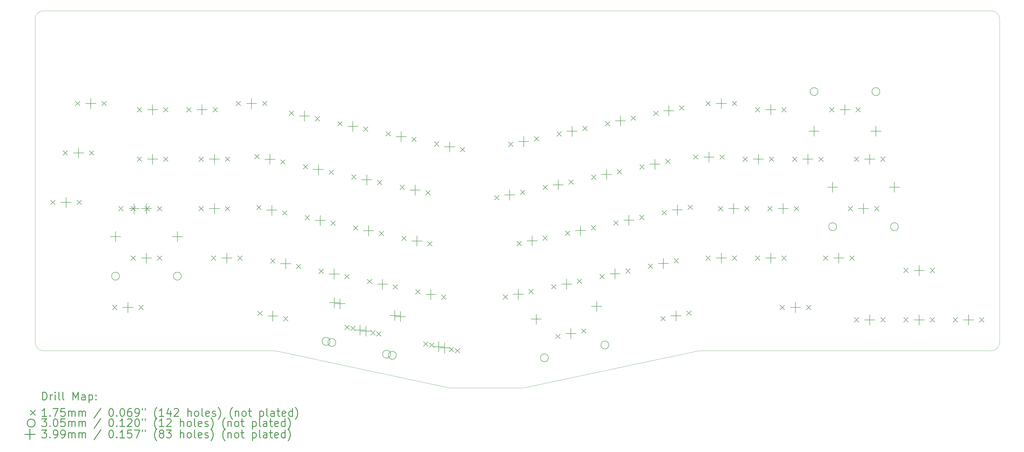
<source format=gbr>
%FSLAX45Y45*%
G04 Gerber Fmt 4.5, Leading zero omitted, Abs format (unit mm)*
G04 Created by KiCad (PCBNEW (5.1.6)-1) date 2020-10-24 16:54:33*
%MOMM*%
%LPD*%
G01*
G04 APERTURE LIST*
%TA.AperFunction,Profile*%
%ADD10C,0.050000*%
%TD*%
%ADD11C,0.200000*%
%ADD12C,0.300000*%
G04 APERTURE END LIST*
D10*
X2540000Y-8334375D02*
G75*
G02*
X2857500Y-8016875I317500J0D01*
G01*
X18494375Y-22542500D02*
X21351875Y-22542500D01*
X2857500Y-21113750D02*
G75*
G02*
X2540000Y-20796250I0J317500D01*
G01*
X39687500Y-20796250D02*
G75*
G02*
X39370000Y-21113750I-317500J0D01*
G01*
X39370000Y-8016875D02*
G75*
G02*
X39687500Y-8334375I0J-317500D01*
G01*
X28098750Y-21113750D02*
X21351875Y-22542500D01*
X39370000Y-21113750D02*
X28098750Y-21113750D01*
X11782425Y-21113750D02*
X18494375Y-22542500D01*
X2857500Y-21113750D02*
X11782425Y-21113750D01*
X39687500Y-8334375D02*
X39687500Y-20796250D01*
X2857500Y-8016875D02*
X39370000Y-8016875D01*
X2540000Y-8334375D02*
X2540000Y-20796250D01*
D11*
X34091375Y-13644375D02*
X34266375Y-13819375D01*
X34266375Y-13644375D02*
X34091375Y-13819375D01*
X35107375Y-13644375D02*
X35282375Y-13819375D01*
X35282375Y-13644375D02*
X35107375Y-13819375D01*
X31710125Y-13644375D02*
X31885125Y-13819375D01*
X31885125Y-13644375D02*
X31710125Y-13819375D01*
X32726125Y-13644375D02*
X32901125Y-13819375D01*
X32901125Y-13644375D02*
X32726125Y-13819375D01*
X20564412Y-18957155D02*
X20739412Y-19132155D01*
X20739412Y-18957155D02*
X20564412Y-19132155D01*
X21558210Y-18745917D02*
X21733210Y-18920917D01*
X21733210Y-18745917D02*
X21558210Y-18920917D01*
X22963397Y-16499676D02*
X23138397Y-16674676D01*
X23138397Y-16499676D02*
X22963397Y-16674676D01*
X23957195Y-16288438D02*
X24132195Y-16463438D01*
X24132195Y-16288438D02*
X23957195Y-16463438D01*
X11109126Y-19584224D02*
X11284126Y-19759224D01*
X11284126Y-19584224D02*
X11109126Y-19759224D01*
X12102924Y-19795462D02*
X12277924Y-19970462D01*
X12277924Y-19795462D02*
X12102924Y-19970462D01*
X17196656Y-18753787D02*
X17371656Y-18928787D01*
X17371656Y-18753787D02*
X17196656Y-18928787D01*
X18190454Y-18965025D02*
X18365454Y-19140025D01*
X18365454Y-18965025D02*
X18190454Y-19140025D01*
X25828224Y-13943179D02*
X26003224Y-14118179D01*
X26003224Y-13943179D02*
X25828224Y-14118179D01*
X26822022Y-13731941D02*
X26997022Y-13906941D01*
X26997022Y-13731941D02*
X26822022Y-13906941D01*
X9326375Y-17454375D02*
X9501375Y-17629375D01*
X9501375Y-17454375D02*
X9326375Y-17629375D01*
X10342375Y-17454375D02*
X10517375Y-17629375D01*
X10517375Y-17454375D02*
X10342375Y-17629375D01*
X26363838Y-11881772D02*
X26538838Y-12056772D01*
X26538838Y-11881772D02*
X26363838Y-12056772D01*
X27357636Y-11670534D02*
X27532636Y-11845534D01*
X27532636Y-11670534D02*
X27357636Y-11845534D01*
X8850125Y-13644375D02*
X9025125Y-13819375D01*
X9025125Y-13644375D02*
X8850125Y-13819375D01*
X9866125Y-13644375D02*
X10041125Y-13819375D01*
X10041125Y-13644375D02*
X9866125Y-13819375D01*
X22427783Y-18561083D02*
X22602783Y-18736083D01*
X22602783Y-18561083D02*
X22427783Y-18736083D01*
X23421581Y-18349845D02*
X23596581Y-18524845D01*
X23596581Y-18349845D02*
X23421581Y-18524845D01*
X16591271Y-14729991D02*
X16766271Y-14904991D01*
X16766271Y-14729991D02*
X16591271Y-14904991D01*
X17585069Y-14941229D02*
X17760069Y-15116229D01*
X17760069Y-14941229D02*
X17585069Y-15116229D01*
X12864529Y-13937847D02*
X13039529Y-14112847D01*
X13039529Y-13937847D02*
X12864529Y-14112847D01*
X13858327Y-14149086D02*
X14033327Y-14324086D01*
X14033327Y-14149086D02*
X13858327Y-14324086D01*
X22637096Y-12673916D02*
X22812096Y-12848916D01*
X22812096Y-12673916D02*
X22637096Y-12848916D01*
X23630894Y-12462678D02*
X23805894Y-12637678D01*
X23805894Y-12462678D02*
X23630894Y-12637678D01*
X6468875Y-13644375D02*
X6643875Y-13819375D01*
X6643875Y-13644375D02*
X6468875Y-13819375D01*
X7484875Y-13644375D02*
X7659875Y-13819375D01*
X7659875Y-13644375D02*
X7484875Y-13819375D01*
X20773725Y-13069988D02*
X20948725Y-13244988D01*
X20948725Y-13069988D02*
X20773725Y-13244988D01*
X21767523Y-12858749D02*
X21942523Y-13033749D01*
X21942523Y-12858749D02*
X21767523Y-13033749D01*
X26690139Y-15707533D02*
X26865139Y-15882533D01*
X26865139Y-15707533D02*
X26690139Y-15882533D01*
X27683937Y-15496294D02*
X27858937Y-15671294D01*
X27858937Y-15496294D02*
X27683937Y-15671294D01*
X31233875Y-19359375D02*
X31408875Y-19534375D01*
X31408875Y-19359375D02*
X31233875Y-19534375D01*
X32249875Y-19359375D02*
X32424875Y-19534375D01*
X32424875Y-19359375D02*
X32249875Y-19534375D01*
X15333285Y-18357715D02*
X15508285Y-18532715D01*
X15508285Y-18357715D02*
X15333285Y-18532715D01*
X16327083Y-18568954D02*
X16502083Y-18743954D01*
X16502083Y-18568954D02*
X16327083Y-18743954D01*
X11070929Y-15504165D02*
X11245928Y-15679165D01*
X11245928Y-15504165D02*
X11070929Y-15679165D01*
X12064726Y-15715403D02*
X12239726Y-15890403D01*
X12239726Y-15715403D02*
X12064726Y-15890403D01*
X24500467Y-12277844D02*
X24675467Y-12452844D01*
X24675467Y-12277844D02*
X24500467Y-12452844D01*
X25494265Y-12066606D02*
X25669265Y-12241606D01*
X25669265Y-12066606D02*
X25494265Y-12241606D01*
X10278875Y-11501250D02*
X10453875Y-11676250D01*
X10453875Y-11501250D02*
X10278875Y-11676250D01*
X11294875Y-11501250D02*
X11469875Y-11676250D01*
X11469875Y-11501250D02*
X11294875Y-11676250D01*
X24291154Y-18165012D02*
X24466154Y-18340012D01*
X24466154Y-18165012D02*
X24291154Y-18340012D01*
X25284952Y-17953773D02*
X25459952Y-18128773D01*
X25459952Y-17953773D02*
X25284952Y-18128773D01*
X21100026Y-16895748D02*
X21275026Y-17070748D01*
X21275026Y-16895748D02*
X21100026Y-17070748D01*
X22093824Y-16684510D02*
X22268824Y-16859510D01*
X22268824Y-16684510D02*
X22093824Y-16859510D01*
X33138875Y-11739375D02*
X33313875Y-11914375D01*
X33313875Y-11739375D02*
X33138875Y-11914375D01*
X34154875Y-11739375D02*
X34329875Y-11914375D01*
X34329875Y-11739375D02*
X34154875Y-11914375D01*
X6230750Y-17454375D02*
X6405750Y-17629375D01*
X6405750Y-17454375D02*
X6230750Y-17629375D01*
X7246750Y-17454375D02*
X7421750Y-17629375D01*
X7421750Y-17454375D02*
X7246750Y-17629375D01*
X30757625Y-15549375D02*
X30932625Y-15724375D01*
X30932625Y-15549375D02*
X30757625Y-15724375D01*
X31773625Y-15549375D02*
X31948625Y-15724375D01*
X31948625Y-15549375D02*
X31773625Y-15724375D01*
X28376375Y-11501250D02*
X28551375Y-11676250D01*
X28551375Y-11501250D02*
X28376375Y-11676250D01*
X29392375Y-11501250D02*
X29567375Y-11676250D01*
X29567375Y-11501250D02*
X29392375Y-11676250D01*
X3135125Y-15311250D02*
X3310125Y-15486250D01*
X3310125Y-15311250D02*
X3135125Y-15486250D01*
X4151125Y-15311250D02*
X4326125Y-15486250D01*
X4326125Y-15311250D02*
X4151125Y-15486250D01*
X26154525Y-17768940D02*
X26329525Y-17943940D01*
X26329525Y-17768940D02*
X26154525Y-17943940D01*
X27148323Y-17557702D02*
X27323323Y-17732702D01*
X27323323Y-17557702D02*
X27148323Y-17732702D01*
X20238111Y-15131395D02*
X20413111Y-15306395D01*
X20413111Y-15131395D02*
X20238111Y-15306395D01*
X21231909Y-14920156D02*
X21406909Y-15095156D01*
X21406909Y-14920156D02*
X21231909Y-15095156D01*
X26641226Y-19787592D02*
X26816226Y-19962592D01*
X26816226Y-19787592D02*
X26641226Y-19962592D01*
X27635024Y-19576354D02*
X27810024Y-19751354D01*
X27810024Y-19576354D02*
X27635024Y-19751354D01*
X32900750Y-17454375D02*
X33075750Y-17629375D01*
X33075750Y-17454375D02*
X32900750Y-17629375D01*
X33916750Y-17454375D02*
X34091750Y-17629375D01*
X34091750Y-17454375D02*
X33916750Y-17629375D01*
X22590933Y-20473963D02*
X22765933Y-20648963D01*
X22765933Y-20473963D02*
X22590933Y-20648963D01*
X23584731Y-20262725D02*
X23759731Y-20437725D01*
X23759731Y-20262725D02*
X23584731Y-20437725D01*
X6230750Y-15549375D02*
X6405750Y-15724375D01*
X6405750Y-15549375D02*
X6230750Y-15724375D01*
X7246750Y-15549375D02*
X7421750Y-15724375D01*
X7421750Y-15549375D02*
X7246750Y-15724375D01*
X24826768Y-16103604D02*
X25001768Y-16278604D01*
X25001768Y-16103604D02*
X24826768Y-16278604D01*
X25820566Y-15892366D02*
X25995566Y-16067366D01*
X25995566Y-15892366D02*
X25820566Y-16067366D01*
X17499348Y-20765685D02*
X17674348Y-20940685D01*
X17674348Y-20765685D02*
X17499348Y-20940685D01*
X18493146Y-20976924D02*
X18668146Y-21151924D01*
X18668146Y-20976924D02*
X18493146Y-21151924D01*
X8850125Y-15549375D02*
X9025125Y-15724375D01*
X9025125Y-15549375D02*
X8850125Y-15724375D01*
X9866125Y-15549375D02*
X10041125Y-15724375D01*
X10041125Y-15549375D02*
X9866125Y-15724375D01*
X35996375Y-17930625D02*
X36171375Y-18105625D01*
X36171375Y-17930625D02*
X35996375Y-18105625D01*
X37012375Y-17930625D02*
X37187375Y-18105625D01*
X37187375Y-17930625D02*
X37012375Y-18105625D01*
X12328915Y-11876440D02*
X12503915Y-12051440D01*
X12503915Y-11876440D02*
X12328915Y-12051440D01*
X13322713Y-12087679D02*
X13497713Y-12262679D01*
X13497713Y-12087679D02*
X13322713Y-12262679D01*
X11001158Y-13541776D02*
X11176158Y-13716776D01*
X11176158Y-13541776D02*
X11001158Y-13716776D01*
X11994955Y-13753014D02*
X12169955Y-13928014D01*
X12169955Y-13753014D02*
X11994955Y-13928014D01*
X8373875Y-11739375D02*
X8548875Y-11914375D01*
X8548875Y-11739375D02*
X8373875Y-11914375D01*
X9389875Y-11739375D02*
X9564875Y-11914375D01*
X9564875Y-11739375D02*
X9389875Y-11914375D01*
X14693701Y-20164981D02*
X14868701Y-20339981D01*
X14868701Y-20164981D02*
X14693701Y-20339981D01*
X15687499Y-20376219D02*
X15862499Y-20551219D01*
X15862499Y-20376219D02*
X15687499Y-20551219D01*
X17919028Y-13064656D02*
X18094028Y-13239656D01*
X18094028Y-13064656D02*
X17919028Y-13239656D01*
X18912826Y-13275894D02*
X19087826Y-13450894D01*
X19087826Y-13275894D02*
X18912826Y-13450894D01*
X5754500Y-15549375D02*
X5929500Y-15724375D01*
X5929500Y-15549375D02*
X5754500Y-15724375D01*
X6770500Y-15549375D02*
X6945500Y-15724375D01*
X6945500Y-15549375D02*
X6770500Y-15724375D01*
X12934300Y-15900237D02*
X13109300Y-16075237D01*
X13109300Y-15900237D02*
X12934300Y-16075237D01*
X13928098Y-16111475D02*
X14103098Y-16286475D01*
X14103098Y-16111475D02*
X13928098Y-16286475D01*
X33853250Y-15549375D02*
X34028250Y-15724375D01*
X34028250Y-15549375D02*
X33853250Y-15724375D01*
X34869250Y-15549375D02*
X35044250Y-15724375D01*
X35044250Y-15549375D02*
X34869250Y-15724375D01*
X29805125Y-13644375D02*
X29980125Y-13819375D01*
X29980125Y-13644375D02*
X29805125Y-13819375D01*
X30821125Y-13644375D02*
X30996125Y-13819375D01*
X30996125Y-13644375D02*
X30821125Y-13819375D01*
X4087625Y-11501250D02*
X4262625Y-11676250D01*
X4262625Y-11501250D02*
X4087625Y-11676250D01*
X5103625Y-11501250D02*
X5278625Y-11676250D01*
X5278625Y-11501250D02*
X5103625Y-11676250D01*
X27900125Y-13565000D02*
X28075125Y-13740000D01*
X28075125Y-13565000D02*
X27900125Y-13740000D01*
X28916125Y-13565000D02*
X29091125Y-13740000D01*
X29091125Y-13565000D02*
X28916125Y-13740000D01*
X35996375Y-19835625D02*
X36171375Y-20010625D01*
X36171375Y-19835625D02*
X35996375Y-20010625D01*
X37012375Y-19835625D02*
X37187375Y-20010625D01*
X37187375Y-19835625D02*
X37012375Y-20010625D01*
X22101482Y-14735323D02*
X22276482Y-14910323D01*
X22276482Y-14735323D02*
X22101482Y-14910323D01*
X23095280Y-14524085D02*
X23270280Y-14699085D01*
X23270280Y-14524085D02*
X23095280Y-14699085D01*
X16055657Y-12668584D02*
X16230657Y-12843584D01*
X16230657Y-12668584D02*
X16055657Y-12843584D01*
X17049455Y-12879822D02*
X17224455Y-13054822D01*
X17224455Y-12879822D02*
X17049455Y-13054822D01*
X14797671Y-16296308D02*
X14972671Y-16471308D01*
X14972671Y-16296308D02*
X14797671Y-16471308D01*
X15791469Y-16507547D02*
X15966469Y-16682547D01*
X15966469Y-16507547D02*
X15791469Y-16682547D01*
X14471370Y-20122069D02*
X14646370Y-20297069D01*
X14646370Y-20122069D02*
X14471370Y-20297069D01*
X15465168Y-20333307D02*
X15640168Y-20508307D01*
X15640168Y-20333307D02*
X15465168Y-20508307D01*
X16661042Y-16692380D02*
X16836042Y-16867380D01*
X16836042Y-16692380D02*
X16661042Y-16867380D01*
X17654840Y-16903618D02*
X17829840Y-17078618D01*
X17829840Y-16903618D02*
X17654840Y-17078618D01*
X13469913Y-17961644D02*
X13644913Y-18136644D01*
X13644913Y-17961644D02*
X13469913Y-18136644D01*
X14463711Y-18172882D02*
X14638711Y-18347882D01*
X14638711Y-18172882D02*
X14463711Y-18347882D01*
X14192286Y-12272512D02*
X14367286Y-12447512D01*
X14367286Y-12272512D02*
X14192286Y-12447512D01*
X15186084Y-12483750D02*
X15361084Y-12658750D01*
X15361084Y-12483750D02*
X15186084Y-12658750D01*
X3611375Y-13406250D02*
X3786375Y-13581250D01*
X3786375Y-13406250D02*
X3611375Y-13581250D01*
X4627375Y-13406250D02*
X4802375Y-13581250D01*
X4802375Y-13406250D02*
X4627375Y-13581250D01*
X6468875Y-11739375D02*
X6643875Y-11914375D01*
X6643875Y-11739375D02*
X6468875Y-11914375D01*
X7484875Y-11739375D02*
X7659875Y-11914375D01*
X7659875Y-11739375D02*
X7484875Y-11914375D01*
X30281375Y-11739375D02*
X30456375Y-11914375D01*
X30456375Y-11739375D02*
X30281375Y-11914375D01*
X31297375Y-11739375D02*
X31472375Y-11914375D01*
X31472375Y-11739375D02*
X31297375Y-11914375D01*
X30281375Y-17454375D02*
X30456375Y-17629375D01*
X30456375Y-17454375D02*
X30281375Y-17629375D01*
X31297375Y-17454375D02*
X31472375Y-17629375D01*
X31472375Y-17454375D02*
X31297375Y-17629375D01*
X28852625Y-15549375D02*
X29027625Y-15724375D01*
X29027625Y-15549375D02*
X28852625Y-15724375D01*
X29868625Y-15549375D02*
X30043625Y-15724375D01*
X30043625Y-15549375D02*
X29868625Y-15724375D01*
X17729001Y-20812681D02*
X17904001Y-20987681D01*
X17904001Y-20812681D02*
X17729001Y-20987681D01*
X18722799Y-21023919D02*
X18897799Y-21198919D01*
X18897799Y-21023919D02*
X18722799Y-21198919D01*
X5516375Y-19359375D02*
X5691375Y-19534375D01*
X5691375Y-19359375D02*
X5516375Y-19534375D01*
X6532375Y-19359375D02*
X6707375Y-19534375D01*
X6707375Y-19359375D02*
X6532375Y-19534375D01*
X11606542Y-17565572D02*
X11781542Y-17740572D01*
X11781542Y-17565572D02*
X11606542Y-17740572D01*
X12600340Y-17776810D02*
X12775340Y-17951810D01*
X12775340Y-17776810D02*
X12600340Y-17951810D01*
X23964853Y-14339251D02*
X24139853Y-14514251D01*
X24139853Y-14339251D02*
X23964853Y-14514251D01*
X24958651Y-14128013D02*
X25133651Y-14303013D01*
X25133651Y-14128013D02*
X24958651Y-14303013D01*
X28376375Y-17454375D02*
X28551375Y-17629375D01*
X28551375Y-17454375D02*
X28376375Y-17629375D01*
X29392375Y-17454375D02*
X29567375Y-17629375D01*
X29567375Y-17454375D02*
X29392375Y-17629375D01*
X37901375Y-19835625D02*
X38076375Y-20010625D01*
X38076375Y-19835625D02*
X37901375Y-20010625D01*
X38917375Y-19835625D02*
X39092375Y-20010625D01*
X39092375Y-19835625D02*
X38917375Y-20010625D01*
X34091375Y-19835625D02*
X34266375Y-20010625D01*
X34266375Y-19835625D02*
X34091375Y-20010625D01*
X35107375Y-19835625D02*
X35282375Y-20010625D01*
X35282375Y-19835625D02*
X35107375Y-20010625D01*
X14727900Y-14333919D02*
X14902900Y-14508919D01*
X14902900Y-14333919D02*
X14727900Y-14508919D01*
X15721698Y-14545157D02*
X15896698Y-14720157D01*
X15896698Y-14545157D02*
X15721698Y-14720157D01*
X32696150Y-11128375D02*
G75*
G03*
X32696150Y-11128375I-152400J0D01*
G01*
X35077400Y-11128375D02*
G75*
G03*
X35077400Y-11128375I-152400J0D01*
G01*
X5788025Y-18240375D02*
G75*
G03*
X5788025Y-18240375I-152400J0D01*
G01*
X8169275Y-18240375D02*
G75*
G03*
X8169275Y-18240375I-152400J0D01*
G01*
X22308352Y-21386625D02*
G75*
G03*
X22308352Y-21386625I-152400J0D01*
G01*
X24637565Y-20891536D02*
G75*
G03*
X24637565Y-20891536I-152400J0D01*
G01*
X14120667Y-20793791D02*
G75*
G03*
X14120667Y-20793791I-152400J0D01*
G01*
X16449881Y-21288881D02*
G75*
G03*
X16449881Y-21288881I-152400J0D01*
G01*
X33410525Y-16335375D02*
G75*
G03*
X33410525Y-16335375I-152400J0D01*
G01*
X35791775Y-16335375D02*
G75*
G03*
X35791775Y-16335375I-152400J0D01*
G01*
X13898336Y-20750879D02*
G75*
G03*
X13898336Y-20750879I-152400J0D01*
G01*
X16227550Y-21245969D02*
G75*
G03*
X16227550Y-21245969I-152400J0D01*
G01*
X14285124Y-19103704D02*
X14285124Y-19502484D01*
X14085734Y-19303094D02*
X14484514Y-19303094D01*
X15278100Y-20158710D02*
X15278100Y-20557490D01*
X15078710Y-20358100D02*
X15477490Y-20358100D01*
X16614338Y-19598794D02*
X16614338Y-19997574D01*
X16414948Y-19798184D02*
X16813728Y-19798184D01*
X18503427Y-13058385D02*
X18503427Y-13457165D01*
X18304037Y-13257775D02*
X18702817Y-13257775D01*
X6350000Y-15437485D02*
X6350000Y-15836265D01*
X6150610Y-15636875D02*
X6549390Y-15636875D01*
X13518699Y-15893966D02*
X13518699Y-16292746D01*
X13319309Y-16093356D02*
X13718089Y-16093356D01*
X33258125Y-14611985D02*
X33258125Y-15010765D01*
X33058735Y-14811375D02*
X33457515Y-14811375D01*
X34448750Y-15437485D02*
X34448750Y-15836265D01*
X34249360Y-15636875D02*
X34648140Y-15636875D01*
X35639375Y-14611985D02*
X35639375Y-15010765D01*
X35439985Y-14811375D02*
X35838765Y-14811375D01*
X30400625Y-13532485D02*
X30400625Y-13931265D01*
X30201235Y-13731875D02*
X30600015Y-13731875D01*
X4683125Y-11389360D02*
X4683125Y-11788140D01*
X4483735Y-11588750D02*
X4882515Y-11588750D01*
X28495625Y-13453110D02*
X28495625Y-13851890D01*
X28296235Y-13652500D02*
X28695015Y-13652500D01*
X36591875Y-19723735D02*
X36591875Y-20122515D01*
X36392485Y-19923125D02*
X36791265Y-19923125D01*
X22685881Y-14517814D02*
X22685881Y-14916594D01*
X22486491Y-14717204D02*
X22885271Y-14717204D01*
X16640056Y-12662313D02*
X16640056Y-13061093D01*
X16440666Y-12861703D02*
X16839446Y-12861703D01*
X15382070Y-16290037D02*
X15382070Y-16688817D01*
X15182680Y-16489427D02*
X15581460Y-16489427D01*
X14062793Y-19060792D02*
X14062793Y-19459572D01*
X13863403Y-19260182D02*
X14262183Y-19260182D01*
X15055769Y-20115798D02*
X15055769Y-20514578D01*
X14856379Y-20315188D02*
X15255159Y-20315188D01*
X16392007Y-19555882D02*
X16392007Y-19954662D01*
X16192617Y-19755272D02*
X16591397Y-19755272D01*
X17245441Y-16686109D02*
X17245441Y-17084889D01*
X17046051Y-16885499D02*
X17444831Y-16885499D01*
X14054312Y-17955373D02*
X14054312Y-18354153D01*
X13854922Y-18154763D02*
X14253702Y-18154763D01*
X14776685Y-12266241D02*
X14776685Y-12665021D01*
X14577295Y-12465631D02*
X14976075Y-12465631D01*
X4206875Y-13294360D02*
X4206875Y-13693140D01*
X4007485Y-13493750D02*
X4406265Y-13493750D01*
X7064375Y-11627485D02*
X7064375Y-12026265D01*
X6864985Y-11826875D02*
X7263765Y-11826875D01*
X30876875Y-11627485D02*
X30876875Y-12026265D01*
X30677485Y-11826875D02*
X31076265Y-11826875D01*
X30876875Y-17342485D02*
X30876875Y-17741265D01*
X30677485Y-17541875D02*
X31076265Y-17541875D01*
X29448125Y-15437485D02*
X29448125Y-15836265D01*
X29248735Y-15636875D02*
X29647515Y-15636875D01*
X18313400Y-20806410D02*
X18313400Y-21205190D01*
X18114010Y-21005800D02*
X18512790Y-21005800D01*
X6111875Y-19247485D02*
X6111875Y-19646265D01*
X5912485Y-19446875D02*
X6311265Y-19446875D01*
X12190941Y-17559301D02*
X12190941Y-17958081D01*
X11991551Y-17758691D02*
X12390331Y-17758691D01*
X24549252Y-14121742D02*
X24549252Y-14520522D01*
X24349862Y-14321132D02*
X24748642Y-14321132D01*
X28971875Y-17342485D02*
X28971875Y-17741265D01*
X28772485Y-17541875D02*
X29171265Y-17541875D01*
X38496875Y-19723735D02*
X38496875Y-20122515D01*
X38297485Y-19923125D02*
X38696265Y-19923125D01*
X34686875Y-19723735D02*
X34686875Y-20122515D01*
X34487485Y-19923125D02*
X34886265Y-19923125D01*
X15312299Y-14327648D02*
X15312299Y-14726428D01*
X15112909Y-14527038D02*
X15511689Y-14527038D01*
X34686875Y-13532485D02*
X34686875Y-13931265D01*
X34487485Y-13731875D02*
X34886265Y-13731875D01*
X32305625Y-13532485D02*
X32305625Y-13931265D01*
X32106235Y-13731875D02*
X32505015Y-13731875D01*
X21148811Y-18739646D02*
X21148811Y-19138426D01*
X20949421Y-18939036D02*
X21348201Y-18939036D01*
X23547796Y-16282167D02*
X23547796Y-16680947D01*
X23348406Y-16481557D02*
X23747186Y-16481557D01*
X11693525Y-19577953D02*
X11693525Y-19976733D01*
X11494135Y-19777343D02*
X11892915Y-19777343D01*
X17781055Y-18747516D02*
X17781055Y-19146296D01*
X17581665Y-18946906D02*
X17980445Y-18946906D01*
X26412623Y-13725670D02*
X26412623Y-14124450D01*
X26213233Y-13925060D02*
X26612013Y-13925060D01*
X9921875Y-17342485D02*
X9921875Y-17741265D01*
X9722485Y-17541875D02*
X10121265Y-17541875D01*
X26948237Y-11664263D02*
X26948237Y-12063043D01*
X26748847Y-11863653D02*
X27147627Y-11863653D01*
X9445625Y-13532485D02*
X9445625Y-13931265D01*
X9246235Y-13731875D02*
X9645015Y-13731875D01*
X23012182Y-18343574D02*
X23012182Y-18742354D01*
X22812792Y-18542964D02*
X23211572Y-18542964D01*
X17175670Y-14723720D02*
X17175670Y-15122500D01*
X16976280Y-14923110D02*
X17375060Y-14923110D01*
X13448928Y-13931577D02*
X13448928Y-14330357D01*
X13249538Y-14130967D02*
X13648318Y-14130967D01*
X23221495Y-12456407D02*
X23221495Y-12855187D01*
X23022105Y-12655797D02*
X23420885Y-12655797D01*
X7064375Y-13532485D02*
X7064375Y-13931265D01*
X6864985Y-13731875D02*
X7263765Y-13731875D01*
X21358124Y-12852479D02*
X21358124Y-13251259D01*
X21158734Y-13051869D02*
X21557514Y-13051869D01*
X27274538Y-15490024D02*
X27274538Y-15888804D01*
X27075148Y-15689414D02*
X27473928Y-15689414D01*
X31829375Y-19247485D02*
X31829375Y-19646265D01*
X31629985Y-19446875D02*
X32028765Y-19446875D01*
X15917684Y-18351445D02*
X15917684Y-18750225D01*
X15718294Y-18550835D02*
X16117074Y-18550835D01*
X11655327Y-15497894D02*
X11655327Y-15896674D01*
X11455937Y-15697284D02*
X11854717Y-15697284D01*
X25084866Y-12060335D02*
X25084866Y-12459115D01*
X24885476Y-12259725D02*
X25284256Y-12259725D01*
X10874375Y-11389360D02*
X10874375Y-11788140D01*
X10674985Y-11588750D02*
X11073765Y-11588750D01*
X24875553Y-17947502D02*
X24875553Y-18346282D01*
X24676163Y-18146892D02*
X25074943Y-18146892D01*
X21684425Y-16678239D02*
X21684425Y-17077019D01*
X21485035Y-16877629D02*
X21883815Y-16877629D01*
X32543750Y-12452985D02*
X32543750Y-12851765D01*
X32344360Y-12652375D02*
X32743140Y-12652375D01*
X33734375Y-11627485D02*
X33734375Y-12026265D01*
X33534985Y-11826875D02*
X33933765Y-11826875D01*
X34925000Y-12452985D02*
X34925000Y-12851765D01*
X34725610Y-12652375D02*
X35124390Y-12652375D01*
X5635625Y-16516985D02*
X5635625Y-16915765D01*
X5436235Y-16716375D02*
X5835015Y-16716375D01*
X6826250Y-17342485D02*
X6826250Y-17741265D01*
X6626860Y-17541875D02*
X7025640Y-17541875D01*
X8016875Y-16516985D02*
X8016875Y-16915765D01*
X7817485Y-16716375D02*
X8216265Y-16716375D01*
X31353125Y-15437485D02*
X31353125Y-15836265D01*
X31153735Y-15636875D02*
X31552515Y-15636875D01*
X28971875Y-11389360D02*
X28971875Y-11788140D01*
X28772485Y-11588750D02*
X29171265Y-11588750D01*
X3730625Y-15199360D02*
X3730625Y-15598140D01*
X3531235Y-15398750D02*
X3930015Y-15398750D01*
X26738924Y-17551431D02*
X26738924Y-17950211D01*
X26539534Y-17750821D02*
X26938314Y-17750821D01*
X20822510Y-14913886D02*
X20822510Y-15312666D01*
X20623120Y-15113276D02*
X21021900Y-15113276D01*
X27225625Y-19570083D02*
X27225625Y-19968863D01*
X27026235Y-19769473D02*
X27425015Y-19769473D01*
X33496250Y-17342485D02*
X33496250Y-17741265D01*
X33296860Y-17541875D02*
X33695640Y-17541875D01*
X21839094Y-19696538D02*
X21839094Y-20095318D01*
X21639704Y-19895928D02*
X22038484Y-19895928D01*
X23175332Y-20256454D02*
X23175332Y-20655234D01*
X22975942Y-20455844D02*
X23374722Y-20455844D01*
X24168308Y-19201449D02*
X24168308Y-19600229D01*
X23968918Y-19400839D02*
X24367698Y-19400839D01*
X6826250Y-15437485D02*
X6826250Y-15836265D01*
X6626860Y-15636875D02*
X7025640Y-15636875D01*
X25411167Y-15886095D02*
X25411167Y-16284875D01*
X25211777Y-16085485D02*
X25610557Y-16085485D01*
X18083747Y-20759414D02*
X18083747Y-21158194D01*
X17884357Y-20958804D02*
X18283137Y-20958804D01*
X9445625Y-15437485D02*
X9445625Y-15836265D01*
X9246235Y-15636875D02*
X9645015Y-15636875D01*
X36591875Y-17818735D02*
X36591875Y-18217515D01*
X36392485Y-18018125D02*
X36791265Y-18018125D01*
X12913314Y-11870169D02*
X12913314Y-12268949D01*
X12713924Y-12069559D02*
X13112704Y-12069559D01*
X11585556Y-13535505D02*
X11585556Y-13934285D01*
X11386166Y-13734895D02*
X11784946Y-13734895D01*
X8969375Y-11627485D02*
X8969375Y-12026265D01*
X8769985Y-11826875D02*
X9168765Y-11826875D01*
D12*
X2823928Y-23010714D02*
X2823928Y-22710714D01*
X2895357Y-22710714D01*
X2938214Y-22725000D01*
X2966786Y-22753571D01*
X2981071Y-22782143D01*
X2995357Y-22839286D01*
X2995357Y-22882143D01*
X2981071Y-22939286D01*
X2966786Y-22967857D01*
X2938214Y-22996429D01*
X2895357Y-23010714D01*
X2823928Y-23010714D01*
X3123928Y-23010714D02*
X3123928Y-22810714D01*
X3123928Y-22867857D02*
X3138214Y-22839286D01*
X3152500Y-22825000D01*
X3181071Y-22810714D01*
X3209643Y-22810714D01*
X3309643Y-23010714D02*
X3309643Y-22810714D01*
X3309643Y-22710714D02*
X3295357Y-22725000D01*
X3309643Y-22739286D01*
X3323928Y-22725000D01*
X3309643Y-22710714D01*
X3309643Y-22739286D01*
X3495357Y-23010714D02*
X3466786Y-22996429D01*
X3452500Y-22967857D01*
X3452500Y-22710714D01*
X3652500Y-23010714D02*
X3623928Y-22996429D01*
X3609643Y-22967857D01*
X3609643Y-22710714D01*
X3995357Y-23010714D02*
X3995357Y-22710714D01*
X4095357Y-22925000D01*
X4195357Y-22710714D01*
X4195357Y-23010714D01*
X4466786Y-23010714D02*
X4466786Y-22853571D01*
X4452500Y-22825000D01*
X4423928Y-22810714D01*
X4366786Y-22810714D01*
X4338214Y-22825000D01*
X4466786Y-22996429D02*
X4438214Y-23010714D01*
X4366786Y-23010714D01*
X4338214Y-22996429D01*
X4323928Y-22967857D01*
X4323928Y-22939286D01*
X4338214Y-22910714D01*
X4366786Y-22896429D01*
X4438214Y-22896429D01*
X4466786Y-22882143D01*
X4609643Y-22810714D02*
X4609643Y-23110714D01*
X4609643Y-22825000D02*
X4638214Y-22810714D01*
X4695357Y-22810714D01*
X4723928Y-22825000D01*
X4738214Y-22839286D01*
X4752500Y-22867857D01*
X4752500Y-22953571D01*
X4738214Y-22982143D01*
X4723928Y-22996429D01*
X4695357Y-23010714D01*
X4638214Y-23010714D01*
X4609643Y-22996429D01*
X4881071Y-22982143D02*
X4895357Y-22996429D01*
X4881071Y-23010714D01*
X4866786Y-22996429D01*
X4881071Y-22982143D01*
X4881071Y-23010714D01*
X4881071Y-22825000D02*
X4895357Y-22839286D01*
X4881071Y-22853571D01*
X4866786Y-22839286D01*
X4881071Y-22825000D01*
X4881071Y-22853571D01*
X2362500Y-23417500D02*
X2537500Y-23592500D01*
X2537500Y-23417500D02*
X2362500Y-23592500D01*
X2981071Y-23640714D02*
X2809643Y-23640714D01*
X2895357Y-23640714D02*
X2895357Y-23340714D01*
X2866786Y-23383571D01*
X2838214Y-23412143D01*
X2809643Y-23426429D01*
X3109643Y-23612143D02*
X3123928Y-23626429D01*
X3109643Y-23640714D01*
X3095357Y-23626429D01*
X3109643Y-23612143D01*
X3109643Y-23640714D01*
X3223928Y-23340714D02*
X3423928Y-23340714D01*
X3295357Y-23640714D01*
X3681071Y-23340714D02*
X3538214Y-23340714D01*
X3523928Y-23483571D01*
X3538214Y-23469286D01*
X3566786Y-23455000D01*
X3638214Y-23455000D01*
X3666786Y-23469286D01*
X3681071Y-23483571D01*
X3695357Y-23512143D01*
X3695357Y-23583571D01*
X3681071Y-23612143D01*
X3666786Y-23626429D01*
X3638214Y-23640714D01*
X3566786Y-23640714D01*
X3538214Y-23626429D01*
X3523928Y-23612143D01*
X3823928Y-23640714D02*
X3823928Y-23440714D01*
X3823928Y-23469286D02*
X3838214Y-23455000D01*
X3866786Y-23440714D01*
X3909643Y-23440714D01*
X3938214Y-23455000D01*
X3952500Y-23483571D01*
X3952500Y-23640714D01*
X3952500Y-23483571D02*
X3966786Y-23455000D01*
X3995357Y-23440714D01*
X4038214Y-23440714D01*
X4066786Y-23455000D01*
X4081071Y-23483571D01*
X4081071Y-23640714D01*
X4223928Y-23640714D02*
X4223928Y-23440714D01*
X4223928Y-23469286D02*
X4238214Y-23455000D01*
X4266786Y-23440714D01*
X4309643Y-23440714D01*
X4338214Y-23455000D01*
X4352500Y-23483571D01*
X4352500Y-23640714D01*
X4352500Y-23483571D02*
X4366786Y-23455000D01*
X4395357Y-23440714D01*
X4438214Y-23440714D01*
X4466786Y-23455000D01*
X4481071Y-23483571D01*
X4481071Y-23640714D01*
X5066786Y-23326429D02*
X4809643Y-23712143D01*
X5452500Y-23340714D02*
X5481071Y-23340714D01*
X5509643Y-23355000D01*
X5523928Y-23369286D01*
X5538214Y-23397857D01*
X5552500Y-23455000D01*
X5552500Y-23526429D01*
X5538214Y-23583571D01*
X5523928Y-23612143D01*
X5509643Y-23626429D01*
X5481071Y-23640714D01*
X5452500Y-23640714D01*
X5423928Y-23626429D01*
X5409643Y-23612143D01*
X5395357Y-23583571D01*
X5381071Y-23526429D01*
X5381071Y-23455000D01*
X5395357Y-23397857D01*
X5409643Y-23369286D01*
X5423928Y-23355000D01*
X5452500Y-23340714D01*
X5681071Y-23612143D02*
X5695357Y-23626429D01*
X5681071Y-23640714D01*
X5666786Y-23626429D01*
X5681071Y-23612143D01*
X5681071Y-23640714D01*
X5881071Y-23340714D02*
X5909643Y-23340714D01*
X5938214Y-23355000D01*
X5952500Y-23369286D01*
X5966786Y-23397857D01*
X5981071Y-23455000D01*
X5981071Y-23526429D01*
X5966786Y-23583571D01*
X5952500Y-23612143D01*
X5938214Y-23626429D01*
X5909643Y-23640714D01*
X5881071Y-23640714D01*
X5852500Y-23626429D01*
X5838214Y-23612143D01*
X5823928Y-23583571D01*
X5809643Y-23526429D01*
X5809643Y-23455000D01*
X5823928Y-23397857D01*
X5838214Y-23369286D01*
X5852500Y-23355000D01*
X5881071Y-23340714D01*
X6238214Y-23340714D02*
X6181071Y-23340714D01*
X6152500Y-23355000D01*
X6138214Y-23369286D01*
X6109643Y-23412143D01*
X6095357Y-23469286D01*
X6095357Y-23583571D01*
X6109643Y-23612143D01*
X6123928Y-23626429D01*
X6152500Y-23640714D01*
X6209643Y-23640714D01*
X6238214Y-23626429D01*
X6252500Y-23612143D01*
X6266786Y-23583571D01*
X6266786Y-23512143D01*
X6252500Y-23483571D01*
X6238214Y-23469286D01*
X6209643Y-23455000D01*
X6152500Y-23455000D01*
X6123928Y-23469286D01*
X6109643Y-23483571D01*
X6095357Y-23512143D01*
X6409643Y-23640714D02*
X6466786Y-23640714D01*
X6495357Y-23626429D01*
X6509643Y-23612143D01*
X6538214Y-23569286D01*
X6552500Y-23512143D01*
X6552500Y-23397857D01*
X6538214Y-23369286D01*
X6523928Y-23355000D01*
X6495357Y-23340714D01*
X6438214Y-23340714D01*
X6409643Y-23355000D01*
X6395357Y-23369286D01*
X6381071Y-23397857D01*
X6381071Y-23469286D01*
X6395357Y-23497857D01*
X6409643Y-23512143D01*
X6438214Y-23526429D01*
X6495357Y-23526429D01*
X6523928Y-23512143D01*
X6538214Y-23497857D01*
X6552500Y-23469286D01*
X6666786Y-23340714D02*
X6666786Y-23397857D01*
X6781071Y-23340714D02*
X6781071Y-23397857D01*
X7223928Y-23755000D02*
X7209643Y-23740714D01*
X7181071Y-23697857D01*
X7166786Y-23669286D01*
X7152500Y-23626429D01*
X7138214Y-23555000D01*
X7138214Y-23497857D01*
X7152500Y-23426429D01*
X7166786Y-23383571D01*
X7181071Y-23355000D01*
X7209643Y-23312143D01*
X7223928Y-23297857D01*
X7495357Y-23640714D02*
X7323928Y-23640714D01*
X7409643Y-23640714D02*
X7409643Y-23340714D01*
X7381071Y-23383571D01*
X7352500Y-23412143D01*
X7323928Y-23426429D01*
X7752500Y-23440714D02*
X7752500Y-23640714D01*
X7681071Y-23326429D02*
X7609643Y-23540714D01*
X7795357Y-23540714D01*
X7895357Y-23369286D02*
X7909643Y-23355000D01*
X7938214Y-23340714D01*
X8009643Y-23340714D01*
X8038214Y-23355000D01*
X8052500Y-23369286D01*
X8066786Y-23397857D01*
X8066786Y-23426429D01*
X8052500Y-23469286D01*
X7881071Y-23640714D01*
X8066786Y-23640714D01*
X8423928Y-23640714D02*
X8423928Y-23340714D01*
X8552500Y-23640714D02*
X8552500Y-23483571D01*
X8538214Y-23455000D01*
X8509643Y-23440714D01*
X8466786Y-23440714D01*
X8438214Y-23455000D01*
X8423928Y-23469286D01*
X8738214Y-23640714D02*
X8709643Y-23626429D01*
X8695357Y-23612143D01*
X8681071Y-23583571D01*
X8681071Y-23497857D01*
X8695357Y-23469286D01*
X8709643Y-23455000D01*
X8738214Y-23440714D01*
X8781071Y-23440714D01*
X8809643Y-23455000D01*
X8823928Y-23469286D01*
X8838214Y-23497857D01*
X8838214Y-23583571D01*
X8823928Y-23612143D01*
X8809643Y-23626429D01*
X8781071Y-23640714D01*
X8738214Y-23640714D01*
X9009643Y-23640714D02*
X8981071Y-23626429D01*
X8966786Y-23597857D01*
X8966786Y-23340714D01*
X9238214Y-23626429D02*
X9209643Y-23640714D01*
X9152500Y-23640714D01*
X9123928Y-23626429D01*
X9109643Y-23597857D01*
X9109643Y-23483571D01*
X9123928Y-23455000D01*
X9152500Y-23440714D01*
X9209643Y-23440714D01*
X9238214Y-23455000D01*
X9252500Y-23483571D01*
X9252500Y-23512143D01*
X9109643Y-23540714D01*
X9366786Y-23626429D02*
X9395357Y-23640714D01*
X9452500Y-23640714D01*
X9481071Y-23626429D01*
X9495357Y-23597857D01*
X9495357Y-23583571D01*
X9481071Y-23555000D01*
X9452500Y-23540714D01*
X9409643Y-23540714D01*
X9381071Y-23526429D01*
X9366786Y-23497857D01*
X9366786Y-23483571D01*
X9381071Y-23455000D01*
X9409643Y-23440714D01*
X9452500Y-23440714D01*
X9481071Y-23455000D01*
X9595357Y-23755000D02*
X9609643Y-23740714D01*
X9638214Y-23697857D01*
X9652500Y-23669286D01*
X9666786Y-23626429D01*
X9681071Y-23555000D01*
X9681071Y-23497857D01*
X9666786Y-23426429D01*
X9652500Y-23383571D01*
X9638214Y-23355000D01*
X9609643Y-23312143D01*
X9595357Y-23297857D01*
X10138214Y-23755000D02*
X10123928Y-23740714D01*
X10095357Y-23697857D01*
X10081071Y-23669286D01*
X10066786Y-23626429D01*
X10052500Y-23555000D01*
X10052500Y-23497857D01*
X10066786Y-23426429D01*
X10081071Y-23383571D01*
X10095357Y-23355000D01*
X10123928Y-23312143D01*
X10138214Y-23297857D01*
X10252500Y-23440714D02*
X10252500Y-23640714D01*
X10252500Y-23469286D02*
X10266786Y-23455000D01*
X10295357Y-23440714D01*
X10338214Y-23440714D01*
X10366786Y-23455000D01*
X10381071Y-23483571D01*
X10381071Y-23640714D01*
X10566786Y-23640714D02*
X10538214Y-23626429D01*
X10523928Y-23612143D01*
X10509643Y-23583571D01*
X10509643Y-23497857D01*
X10523928Y-23469286D01*
X10538214Y-23455000D01*
X10566786Y-23440714D01*
X10609643Y-23440714D01*
X10638214Y-23455000D01*
X10652500Y-23469286D01*
X10666786Y-23497857D01*
X10666786Y-23583571D01*
X10652500Y-23612143D01*
X10638214Y-23626429D01*
X10609643Y-23640714D01*
X10566786Y-23640714D01*
X10752500Y-23440714D02*
X10866786Y-23440714D01*
X10795357Y-23340714D02*
X10795357Y-23597857D01*
X10809643Y-23626429D01*
X10838214Y-23640714D01*
X10866786Y-23640714D01*
X11195357Y-23440714D02*
X11195357Y-23740714D01*
X11195357Y-23455000D02*
X11223928Y-23440714D01*
X11281071Y-23440714D01*
X11309643Y-23455000D01*
X11323928Y-23469286D01*
X11338214Y-23497857D01*
X11338214Y-23583571D01*
X11323928Y-23612143D01*
X11309643Y-23626429D01*
X11281071Y-23640714D01*
X11223928Y-23640714D01*
X11195357Y-23626429D01*
X11509643Y-23640714D02*
X11481071Y-23626429D01*
X11466786Y-23597857D01*
X11466786Y-23340714D01*
X11752500Y-23640714D02*
X11752500Y-23483571D01*
X11738214Y-23455000D01*
X11709643Y-23440714D01*
X11652500Y-23440714D01*
X11623928Y-23455000D01*
X11752500Y-23626429D02*
X11723928Y-23640714D01*
X11652500Y-23640714D01*
X11623928Y-23626429D01*
X11609643Y-23597857D01*
X11609643Y-23569286D01*
X11623928Y-23540714D01*
X11652500Y-23526429D01*
X11723928Y-23526429D01*
X11752500Y-23512143D01*
X11852500Y-23440714D02*
X11966786Y-23440714D01*
X11895357Y-23340714D02*
X11895357Y-23597857D01*
X11909643Y-23626429D01*
X11938214Y-23640714D01*
X11966786Y-23640714D01*
X12181071Y-23626429D02*
X12152500Y-23640714D01*
X12095357Y-23640714D01*
X12066786Y-23626429D01*
X12052500Y-23597857D01*
X12052500Y-23483571D01*
X12066786Y-23455000D01*
X12095357Y-23440714D01*
X12152500Y-23440714D01*
X12181071Y-23455000D01*
X12195357Y-23483571D01*
X12195357Y-23512143D01*
X12052500Y-23540714D01*
X12452500Y-23640714D02*
X12452500Y-23340714D01*
X12452500Y-23626429D02*
X12423928Y-23640714D01*
X12366786Y-23640714D01*
X12338214Y-23626429D01*
X12323928Y-23612143D01*
X12309643Y-23583571D01*
X12309643Y-23497857D01*
X12323928Y-23469286D01*
X12338214Y-23455000D01*
X12366786Y-23440714D01*
X12423928Y-23440714D01*
X12452500Y-23455000D01*
X12566786Y-23755000D02*
X12581071Y-23740714D01*
X12609643Y-23697857D01*
X12623928Y-23669286D01*
X12638214Y-23626429D01*
X12652500Y-23555000D01*
X12652500Y-23497857D01*
X12638214Y-23426429D01*
X12623928Y-23383571D01*
X12609643Y-23355000D01*
X12581071Y-23312143D01*
X12566786Y-23297857D01*
X2537500Y-23901000D02*
G75*
G03*
X2537500Y-23901000I-152400J0D01*
G01*
X2795357Y-23736714D02*
X2981071Y-23736714D01*
X2881071Y-23851000D01*
X2923928Y-23851000D01*
X2952500Y-23865286D01*
X2966786Y-23879571D01*
X2981071Y-23908143D01*
X2981071Y-23979571D01*
X2966786Y-24008143D01*
X2952500Y-24022429D01*
X2923928Y-24036714D01*
X2838214Y-24036714D01*
X2809643Y-24022429D01*
X2795357Y-24008143D01*
X3109643Y-24008143D02*
X3123928Y-24022429D01*
X3109643Y-24036714D01*
X3095357Y-24022429D01*
X3109643Y-24008143D01*
X3109643Y-24036714D01*
X3309643Y-23736714D02*
X3338214Y-23736714D01*
X3366786Y-23751000D01*
X3381071Y-23765286D01*
X3395357Y-23793857D01*
X3409643Y-23851000D01*
X3409643Y-23922429D01*
X3395357Y-23979571D01*
X3381071Y-24008143D01*
X3366786Y-24022429D01*
X3338214Y-24036714D01*
X3309643Y-24036714D01*
X3281071Y-24022429D01*
X3266786Y-24008143D01*
X3252500Y-23979571D01*
X3238214Y-23922429D01*
X3238214Y-23851000D01*
X3252500Y-23793857D01*
X3266786Y-23765286D01*
X3281071Y-23751000D01*
X3309643Y-23736714D01*
X3681071Y-23736714D02*
X3538214Y-23736714D01*
X3523928Y-23879571D01*
X3538214Y-23865286D01*
X3566786Y-23851000D01*
X3638214Y-23851000D01*
X3666786Y-23865286D01*
X3681071Y-23879571D01*
X3695357Y-23908143D01*
X3695357Y-23979571D01*
X3681071Y-24008143D01*
X3666786Y-24022429D01*
X3638214Y-24036714D01*
X3566786Y-24036714D01*
X3538214Y-24022429D01*
X3523928Y-24008143D01*
X3823928Y-24036714D02*
X3823928Y-23836714D01*
X3823928Y-23865286D02*
X3838214Y-23851000D01*
X3866786Y-23836714D01*
X3909643Y-23836714D01*
X3938214Y-23851000D01*
X3952500Y-23879571D01*
X3952500Y-24036714D01*
X3952500Y-23879571D02*
X3966786Y-23851000D01*
X3995357Y-23836714D01*
X4038214Y-23836714D01*
X4066786Y-23851000D01*
X4081071Y-23879571D01*
X4081071Y-24036714D01*
X4223928Y-24036714D02*
X4223928Y-23836714D01*
X4223928Y-23865286D02*
X4238214Y-23851000D01*
X4266786Y-23836714D01*
X4309643Y-23836714D01*
X4338214Y-23851000D01*
X4352500Y-23879571D01*
X4352500Y-24036714D01*
X4352500Y-23879571D02*
X4366786Y-23851000D01*
X4395357Y-23836714D01*
X4438214Y-23836714D01*
X4466786Y-23851000D01*
X4481071Y-23879571D01*
X4481071Y-24036714D01*
X5066786Y-23722429D02*
X4809643Y-24108143D01*
X5452500Y-23736714D02*
X5481071Y-23736714D01*
X5509643Y-23751000D01*
X5523928Y-23765286D01*
X5538214Y-23793857D01*
X5552500Y-23851000D01*
X5552500Y-23922429D01*
X5538214Y-23979571D01*
X5523928Y-24008143D01*
X5509643Y-24022429D01*
X5481071Y-24036714D01*
X5452500Y-24036714D01*
X5423928Y-24022429D01*
X5409643Y-24008143D01*
X5395357Y-23979571D01*
X5381071Y-23922429D01*
X5381071Y-23851000D01*
X5395357Y-23793857D01*
X5409643Y-23765286D01*
X5423928Y-23751000D01*
X5452500Y-23736714D01*
X5681071Y-24008143D02*
X5695357Y-24022429D01*
X5681071Y-24036714D01*
X5666786Y-24022429D01*
X5681071Y-24008143D01*
X5681071Y-24036714D01*
X5981071Y-24036714D02*
X5809643Y-24036714D01*
X5895357Y-24036714D02*
X5895357Y-23736714D01*
X5866786Y-23779571D01*
X5838214Y-23808143D01*
X5809643Y-23822429D01*
X6095357Y-23765286D02*
X6109643Y-23751000D01*
X6138214Y-23736714D01*
X6209643Y-23736714D01*
X6238214Y-23751000D01*
X6252500Y-23765286D01*
X6266786Y-23793857D01*
X6266786Y-23822429D01*
X6252500Y-23865286D01*
X6081071Y-24036714D01*
X6266786Y-24036714D01*
X6452500Y-23736714D02*
X6481071Y-23736714D01*
X6509643Y-23751000D01*
X6523928Y-23765286D01*
X6538214Y-23793857D01*
X6552500Y-23851000D01*
X6552500Y-23922429D01*
X6538214Y-23979571D01*
X6523928Y-24008143D01*
X6509643Y-24022429D01*
X6481071Y-24036714D01*
X6452500Y-24036714D01*
X6423928Y-24022429D01*
X6409643Y-24008143D01*
X6395357Y-23979571D01*
X6381071Y-23922429D01*
X6381071Y-23851000D01*
X6395357Y-23793857D01*
X6409643Y-23765286D01*
X6423928Y-23751000D01*
X6452500Y-23736714D01*
X6666786Y-23736714D02*
X6666786Y-23793857D01*
X6781071Y-23736714D02*
X6781071Y-23793857D01*
X7223928Y-24151000D02*
X7209643Y-24136714D01*
X7181071Y-24093857D01*
X7166786Y-24065286D01*
X7152500Y-24022429D01*
X7138214Y-23951000D01*
X7138214Y-23893857D01*
X7152500Y-23822429D01*
X7166786Y-23779571D01*
X7181071Y-23751000D01*
X7209643Y-23708143D01*
X7223928Y-23693857D01*
X7495357Y-24036714D02*
X7323928Y-24036714D01*
X7409643Y-24036714D02*
X7409643Y-23736714D01*
X7381071Y-23779571D01*
X7352500Y-23808143D01*
X7323928Y-23822429D01*
X7609643Y-23765286D02*
X7623928Y-23751000D01*
X7652500Y-23736714D01*
X7723928Y-23736714D01*
X7752500Y-23751000D01*
X7766786Y-23765286D01*
X7781071Y-23793857D01*
X7781071Y-23822429D01*
X7766786Y-23865286D01*
X7595357Y-24036714D01*
X7781071Y-24036714D01*
X8138214Y-24036714D02*
X8138214Y-23736714D01*
X8266786Y-24036714D02*
X8266786Y-23879571D01*
X8252500Y-23851000D01*
X8223928Y-23836714D01*
X8181071Y-23836714D01*
X8152500Y-23851000D01*
X8138214Y-23865286D01*
X8452500Y-24036714D02*
X8423928Y-24022429D01*
X8409643Y-24008143D01*
X8395357Y-23979571D01*
X8395357Y-23893857D01*
X8409643Y-23865286D01*
X8423928Y-23851000D01*
X8452500Y-23836714D01*
X8495357Y-23836714D01*
X8523928Y-23851000D01*
X8538214Y-23865286D01*
X8552500Y-23893857D01*
X8552500Y-23979571D01*
X8538214Y-24008143D01*
X8523928Y-24022429D01*
X8495357Y-24036714D01*
X8452500Y-24036714D01*
X8723928Y-24036714D02*
X8695357Y-24022429D01*
X8681071Y-23993857D01*
X8681071Y-23736714D01*
X8952500Y-24022429D02*
X8923928Y-24036714D01*
X8866786Y-24036714D01*
X8838214Y-24022429D01*
X8823928Y-23993857D01*
X8823928Y-23879571D01*
X8838214Y-23851000D01*
X8866786Y-23836714D01*
X8923928Y-23836714D01*
X8952500Y-23851000D01*
X8966786Y-23879571D01*
X8966786Y-23908143D01*
X8823928Y-23936714D01*
X9081071Y-24022429D02*
X9109643Y-24036714D01*
X9166786Y-24036714D01*
X9195357Y-24022429D01*
X9209643Y-23993857D01*
X9209643Y-23979571D01*
X9195357Y-23951000D01*
X9166786Y-23936714D01*
X9123928Y-23936714D01*
X9095357Y-23922429D01*
X9081071Y-23893857D01*
X9081071Y-23879571D01*
X9095357Y-23851000D01*
X9123928Y-23836714D01*
X9166786Y-23836714D01*
X9195357Y-23851000D01*
X9309643Y-24151000D02*
X9323928Y-24136714D01*
X9352500Y-24093857D01*
X9366786Y-24065286D01*
X9381071Y-24022429D01*
X9395357Y-23951000D01*
X9395357Y-23893857D01*
X9381071Y-23822429D01*
X9366786Y-23779571D01*
X9352500Y-23751000D01*
X9323928Y-23708143D01*
X9309643Y-23693857D01*
X9852500Y-24151000D02*
X9838214Y-24136714D01*
X9809643Y-24093857D01*
X9795357Y-24065286D01*
X9781071Y-24022429D01*
X9766786Y-23951000D01*
X9766786Y-23893857D01*
X9781071Y-23822429D01*
X9795357Y-23779571D01*
X9809643Y-23751000D01*
X9838214Y-23708143D01*
X9852500Y-23693857D01*
X9966786Y-23836714D02*
X9966786Y-24036714D01*
X9966786Y-23865286D02*
X9981071Y-23851000D01*
X10009643Y-23836714D01*
X10052500Y-23836714D01*
X10081071Y-23851000D01*
X10095357Y-23879571D01*
X10095357Y-24036714D01*
X10281071Y-24036714D02*
X10252500Y-24022429D01*
X10238214Y-24008143D01*
X10223928Y-23979571D01*
X10223928Y-23893857D01*
X10238214Y-23865286D01*
X10252500Y-23851000D01*
X10281071Y-23836714D01*
X10323928Y-23836714D01*
X10352500Y-23851000D01*
X10366786Y-23865286D01*
X10381071Y-23893857D01*
X10381071Y-23979571D01*
X10366786Y-24008143D01*
X10352500Y-24022429D01*
X10323928Y-24036714D01*
X10281071Y-24036714D01*
X10466786Y-23836714D02*
X10581071Y-23836714D01*
X10509643Y-23736714D02*
X10509643Y-23993857D01*
X10523928Y-24022429D01*
X10552500Y-24036714D01*
X10581071Y-24036714D01*
X10909643Y-23836714D02*
X10909643Y-24136714D01*
X10909643Y-23851000D02*
X10938214Y-23836714D01*
X10995357Y-23836714D01*
X11023928Y-23851000D01*
X11038214Y-23865286D01*
X11052500Y-23893857D01*
X11052500Y-23979571D01*
X11038214Y-24008143D01*
X11023928Y-24022429D01*
X10995357Y-24036714D01*
X10938214Y-24036714D01*
X10909643Y-24022429D01*
X11223928Y-24036714D02*
X11195357Y-24022429D01*
X11181071Y-23993857D01*
X11181071Y-23736714D01*
X11466786Y-24036714D02*
X11466786Y-23879571D01*
X11452500Y-23851000D01*
X11423928Y-23836714D01*
X11366786Y-23836714D01*
X11338214Y-23851000D01*
X11466786Y-24022429D02*
X11438214Y-24036714D01*
X11366786Y-24036714D01*
X11338214Y-24022429D01*
X11323928Y-23993857D01*
X11323928Y-23965286D01*
X11338214Y-23936714D01*
X11366786Y-23922429D01*
X11438214Y-23922429D01*
X11466786Y-23908143D01*
X11566786Y-23836714D02*
X11681071Y-23836714D01*
X11609643Y-23736714D02*
X11609643Y-23993857D01*
X11623928Y-24022429D01*
X11652500Y-24036714D01*
X11681071Y-24036714D01*
X11895357Y-24022429D02*
X11866786Y-24036714D01*
X11809643Y-24036714D01*
X11781071Y-24022429D01*
X11766786Y-23993857D01*
X11766786Y-23879571D01*
X11781071Y-23851000D01*
X11809643Y-23836714D01*
X11866786Y-23836714D01*
X11895357Y-23851000D01*
X11909643Y-23879571D01*
X11909643Y-23908143D01*
X11766786Y-23936714D01*
X12166786Y-24036714D02*
X12166786Y-23736714D01*
X12166786Y-24022429D02*
X12138214Y-24036714D01*
X12081071Y-24036714D01*
X12052500Y-24022429D01*
X12038214Y-24008143D01*
X12023928Y-23979571D01*
X12023928Y-23893857D01*
X12038214Y-23865286D01*
X12052500Y-23851000D01*
X12081071Y-23836714D01*
X12138214Y-23836714D01*
X12166786Y-23851000D01*
X12281071Y-24151000D02*
X12295357Y-24136714D01*
X12323928Y-24093857D01*
X12338214Y-24065286D01*
X12352500Y-24022429D01*
X12366786Y-23951000D01*
X12366786Y-23893857D01*
X12352500Y-23822429D01*
X12338214Y-23779571D01*
X12323928Y-23751000D01*
X12295357Y-23708143D01*
X12281071Y-23693857D01*
X2338110Y-24136410D02*
X2338110Y-24535190D01*
X2138720Y-24335800D02*
X2537500Y-24335800D01*
X2795357Y-24171514D02*
X2981071Y-24171514D01*
X2881071Y-24285800D01*
X2923928Y-24285800D01*
X2952500Y-24300086D01*
X2966786Y-24314371D01*
X2981071Y-24342943D01*
X2981071Y-24414371D01*
X2966786Y-24442943D01*
X2952500Y-24457229D01*
X2923928Y-24471514D01*
X2838214Y-24471514D01*
X2809643Y-24457229D01*
X2795357Y-24442943D01*
X3109643Y-24442943D02*
X3123928Y-24457229D01*
X3109643Y-24471514D01*
X3095357Y-24457229D01*
X3109643Y-24442943D01*
X3109643Y-24471514D01*
X3266786Y-24471514D02*
X3323928Y-24471514D01*
X3352500Y-24457229D01*
X3366786Y-24442943D01*
X3395357Y-24400086D01*
X3409643Y-24342943D01*
X3409643Y-24228657D01*
X3395357Y-24200086D01*
X3381071Y-24185800D01*
X3352500Y-24171514D01*
X3295357Y-24171514D01*
X3266786Y-24185800D01*
X3252500Y-24200086D01*
X3238214Y-24228657D01*
X3238214Y-24300086D01*
X3252500Y-24328657D01*
X3266786Y-24342943D01*
X3295357Y-24357229D01*
X3352500Y-24357229D01*
X3381071Y-24342943D01*
X3395357Y-24328657D01*
X3409643Y-24300086D01*
X3552500Y-24471514D02*
X3609643Y-24471514D01*
X3638214Y-24457229D01*
X3652500Y-24442943D01*
X3681071Y-24400086D01*
X3695357Y-24342943D01*
X3695357Y-24228657D01*
X3681071Y-24200086D01*
X3666786Y-24185800D01*
X3638214Y-24171514D01*
X3581071Y-24171514D01*
X3552500Y-24185800D01*
X3538214Y-24200086D01*
X3523928Y-24228657D01*
X3523928Y-24300086D01*
X3538214Y-24328657D01*
X3552500Y-24342943D01*
X3581071Y-24357229D01*
X3638214Y-24357229D01*
X3666786Y-24342943D01*
X3681071Y-24328657D01*
X3695357Y-24300086D01*
X3823928Y-24471514D02*
X3823928Y-24271514D01*
X3823928Y-24300086D02*
X3838214Y-24285800D01*
X3866786Y-24271514D01*
X3909643Y-24271514D01*
X3938214Y-24285800D01*
X3952500Y-24314371D01*
X3952500Y-24471514D01*
X3952500Y-24314371D02*
X3966786Y-24285800D01*
X3995357Y-24271514D01*
X4038214Y-24271514D01*
X4066786Y-24285800D01*
X4081071Y-24314371D01*
X4081071Y-24471514D01*
X4223928Y-24471514D02*
X4223928Y-24271514D01*
X4223928Y-24300086D02*
X4238214Y-24285800D01*
X4266786Y-24271514D01*
X4309643Y-24271514D01*
X4338214Y-24285800D01*
X4352500Y-24314371D01*
X4352500Y-24471514D01*
X4352500Y-24314371D02*
X4366786Y-24285800D01*
X4395357Y-24271514D01*
X4438214Y-24271514D01*
X4466786Y-24285800D01*
X4481071Y-24314371D01*
X4481071Y-24471514D01*
X5066786Y-24157229D02*
X4809643Y-24542943D01*
X5452500Y-24171514D02*
X5481071Y-24171514D01*
X5509643Y-24185800D01*
X5523928Y-24200086D01*
X5538214Y-24228657D01*
X5552500Y-24285800D01*
X5552500Y-24357229D01*
X5538214Y-24414371D01*
X5523928Y-24442943D01*
X5509643Y-24457229D01*
X5481071Y-24471514D01*
X5452500Y-24471514D01*
X5423928Y-24457229D01*
X5409643Y-24442943D01*
X5395357Y-24414371D01*
X5381071Y-24357229D01*
X5381071Y-24285800D01*
X5395357Y-24228657D01*
X5409643Y-24200086D01*
X5423928Y-24185800D01*
X5452500Y-24171514D01*
X5681071Y-24442943D02*
X5695357Y-24457229D01*
X5681071Y-24471514D01*
X5666786Y-24457229D01*
X5681071Y-24442943D01*
X5681071Y-24471514D01*
X5981071Y-24471514D02*
X5809643Y-24471514D01*
X5895357Y-24471514D02*
X5895357Y-24171514D01*
X5866786Y-24214371D01*
X5838214Y-24242943D01*
X5809643Y-24257229D01*
X6252500Y-24171514D02*
X6109643Y-24171514D01*
X6095357Y-24314371D01*
X6109643Y-24300086D01*
X6138214Y-24285800D01*
X6209643Y-24285800D01*
X6238214Y-24300086D01*
X6252500Y-24314371D01*
X6266786Y-24342943D01*
X6266786Y-24414371D01*
X6252500Y-24442943D01*
X6238214Y-24457229D01*
X6209643Y-24471514D01*
X6138214Y-24471514D01*
X6109643Y-24457229D01*
X6095357Y-24442943D01*
X6366786Y-24171514D02*
X6566786Y-24171514D01*
X6438214Y-24471514D01*
X6666786Y-24171514D02*
X6666786Y-24228657D01*
X6781071Y-24171514D02*
X6781071Y-24228657D01*
X7223928Y-24585800D02*
X7209643Y-24571514D01*
X7181071Y-24528657D01*
X7166786Y-24500086D01*
X7152500Y-24457229D01*
X7138214Y-24385800D01*
X7138214Y-24328657D01*
X7152500Y-24257229D01*
X7166786Y-24214371D01*
X7181071Y-24185800D01*
X7209643Y-24142943D01*
X7223928Y-24128657D01*
X7381071Y-24300086D02*
X7352500Y-24285800D01*
X7338214Y-24271514D01*
X7323928Y-24242943D01*
X7323928Y-24228657D01*
X7338214Y-24200086D01*
X7352500Y-24185800D01*
X7381071Y-24171514D01*
X7438214Y-24171514D01*
X7466786Y-24185800D01*
X7481071Y-24200086D01*
X7495357Y-24228657D01*
X7495357Y-24242943D01*
X7481071Y-24271514D01*
X7466786Y-24285800D01*
X7438214Y-24300086D01*
X7381071Y-24300086D01*
X7352500Y-24314371D01*
X7338214Y-24328657D01*
X7323928Y-24357229D01*
X7323928Y-24414371D01*
X7338214Y-24442943D01*
X7352500Y-24457229D01*
X7381071Y-24471514D01*
X7438214Y-24471514D01*
X7466786Y-24457229D01*
X7481071Y-24442943D01*
X7495357Y-24414371D01*
X7495357Y-24357229D01*
X7481071Y-24328657D01*
X7466786Y-24314371D01*
X7438214Y-24300086D01*
X7595357Y-24171514D02*
X7781071Y-24171514D01*
X7681071Y-24285800D01*
X7723928Y-24285800D01*
X7752500Y-24300086D01*
X7766786Y-24314371D01*
X7781071Y-24342943D01*
X7781071Y-24414371D01*
X7766786Y-24442943D01*
X7752500Y-24457229D01*
X7723928Y-24471514D01*
X7638214Y-24471514D01*
X7609643Y-24457229D01*
X7595357Y-24442943D01*
X8138214Y-24471514D02*
X8138214Y-24171514D01*
X8266786Y-24471514D02*
X8266786Y-24314371D01*
X8252500Y-24285800D01*
X8223928Y-24271514D01*
X8181071Y-24271514D01*
X8152500Y-24285800D01*
X8138214Y-24300086D01*
X8452500Y-24471514D02*
X8423928Y-24457229D01*
X8409643Y-24442943D01*
X8395357Y-24414371D01*
X8395357Y-24328657D01*
X8409643Y-24300086D01*
X8423928Y-24285800D01*
X8452500Y-24271514D01*
X8495357Y-24271514D01*
X8523928Y-24285800D01*
X8538214Y-24300086D01*
X8552500Y-24328657D01*
X8552500Y-24414371D01*
X8538214Y-24442943D01*
X8523928Y-24457229D01*
X8495357Y-24471514D01*
X8452500Y-24471514D01*
X8723928Y-24471514D02*
X8695357Y-24457229D01*
X8681071Y-24428657D01*
X8681071Y-24171514D01*
X8952500Y-24457229D02*
X8923928Y-24471514D01*
X8866786Y-24471514D01*
X8838214Y-24457229D01*
X8823928Y-24428657D01*
X8823928Y-24314371D01*
X8838214Y-24285800D01*
X8866786Y-24271514D01*
X8923928Y-24271514D01*
X8952500Y-24285800D01*
X8966786Y-24314371D01*
X8966786Y-24342943D01*
X8823928Y-24371514D01*
X9081071Y-24457229D02*
X9109643Y-24471514D01*
X9166786Y-24471514D01*
X9195357Y-24457229D01*
X9209643Y-24428657D01*
X9209643Y-24414371D01*
X9195357Y-24385800D01*
X9166786Y-24371514D01*
X9123928Y-24371514D01*
X9095357Y-24357229D01*
X9081071Y-24328657D01*
X9081071Y-24314371D01*
X9095357Y-24285800D01*
X9123928Y-24271514D01*
X9166786Y-24271514D01*
X9195357Y-24285800D01*
X9309643Y-24585800D02*
X9323928Y-24571514D01*
X9352500Y-24528657D01*
X9366786Y-24500086D01*
X9381071Y-24457229D01*
X9395357Y-24385800D01*
X9395357Y-24328657D01*
X9381071Y-24257229D01*
X9366786Y-24214371D01*
X9352500Y-24185800D01*
X9323928Y-24142943D01*
X9309643Y-24128657D01*
X9852500Y-24585800D02*
X9838214Y-24571514D01*
X9809643Y-24528657D01*
X9795357Y-24500086D01*
X9781071Y-24457229D01*
X9766786Y-24385800D01*
X9766786Y-24328657D01*
X9781071Y-24257229D01*
X9795357Y-24214371D01*
X9809643Y-24185800D01*
X9838214Y-24142943D01*
X9852500Y-24128657D01*
X9966786Y-24271514D02*
X9966786Y-24471514D01*
X9966786Y-24300086D02*
X9981071Y-24285800D01*
X10009643Y-24271514D01*
X10052500Y-24271514D01*
X10081071Y-24285800D01*
X10095357Y-24314371D01*
X10095357Y-24471514D01*
X10281071Y-24471514D02*
X10252500Y-24457229D01*
X10238214Y-24442943D01*
X10223928Y-24414371D01*
X10223928Y-24328657D01*
X10238214Y-24300086D01*
X10252500Y-24285800D01*
X10281071Y-24271514D01*
X10323928Y-24271514D01*
X10352500Y-24285800D01*
X10366786Y-24300086D01*
X10381071Y-24328657D01*
X10381071Y-24414371D01*
X10366786Y-24442943D01*
X10352500Y-24457229D01*
X10323928Y-24471514D01*
X10281071Y-24471514D01*
X10466786Y-24271514D02*
X10581071Y-24271514D01*
X10509643Y-24171514D02*
X10509643Y-24428657D01*
X10523928Y-24457229D01*
X10552500Y-24471514D01*
X10581071Y-24471514D01*
X10909643Y-24271514D02*
X10909643Y-24571514D01*
X10909643Y-24285800D02*
X10938214Y-24271514D01*
X10995357Y-24271514D01*
X11023928Y-24285800D01*
X11038214Y-24300086D01*
X11052500Y-24328657D01*
X11052500Y-24414371D01*
X11038214Y-24442943D01*
X11023928Y-24457229D01*
X10995357Y-24471514D01*
X10938214Y-24471514D01*
X10909643Y-24457229D01*
X11223928Y-24471514D02*
X11195357Y-24457229D01*
X11181071Y-24428657D01*
X11181071Y-24171514D01*
X11466786Y-24471514D02*
X11466786Y-24314371D01*
X11452500Y-24285800D01*
X11423928Y-24271514D01*
X11366786Y-24271514D01*
X11338214Y-24285800D01*
X11466786Y-24457229D02*
X11438214Y-24471514D01*
X11366786Y-24471514D01*
X11338214Y-24457229D01*
X11323928Y-24428657D01*
X11323928Y-24400086D01*
X11338214Y-24371514D01*
X11366786Y-24357229D01*
X11438214Y-24357229D01*
X11466786Y-24342943D01*
X11566786Y-24271514D02*
X11681071Y-24271514D01*
X11609643Y-24171514D02*
X11609643Y-24428657D01*
X11623928Y-24457229D01*
X11652500Y-24471514D01*
X11681071Y-24471514D01*
X11895357Y-24457229D02*
X11866786Y-24471514D01*
X11809643Y-24471514D01*
X11781071Y-24457229D01*
X11766786Y-24428657D01*
X11766786Y-24314371D01*
X11781071Y-24285800D01*
X11809643Y-24271514D01*
X11866786Y-24271514D01*
X11895357Y-24285800D01*
X11909643Y-24314371D01*
X11909643Y-24342943D01*
X11766786Y-24371514D01*
X12166786Y-24471514D02*
X12166786Y-24171514D01*
X12166786Y-24457229D02*
X12138214Y-24471514D01*
X12081071Y-24471514D01*
X12052500Y-24457229D01*
X12038214Y-24442943D01*
X12023928Y-24414371D01*
X12023928Y-24328657D01*
X12038214Y-24300086D01*
X12052500Y-24285800D01*
X12081071Y-24271514D01*
X12138214Y-24271514D01*
X12166786Y-24285800D01*
X12281071Y-24585800D02*
X12295357Y-24571514D01*
X12323928Y-24528657D01*
X12338214Y-24500086D01*
X12352500Y-24457229D01*
X12366786Y-24385800D01*
X12366786Y-24328657D01*
X12352500Y-24257229D01*
X12338214Y-24214371D01*
X12323928Y-24185800D01*
X12295357Y-24142943D01*
X12281071Y-24128657D01*
M02*

</source>
